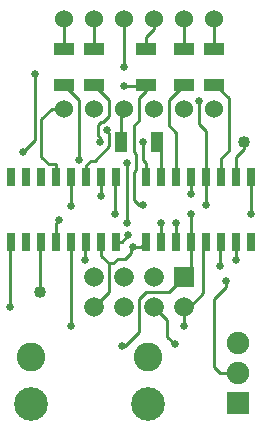
<source format=gbr>
G04 DesignSpark PCB Gerber Version 9.0 Build 5138 *
%FSLAX35Y35*%
%MOIN*%
%ADD110R,0.02559X0.06102*%
%ADD96R,0.04134X0.07087*%
%ADD92R,0.06555X0.06555*%
%ADD94R,0.07500X0.07500*%
%ADD89C,0.01000*%
%ADD90C,0.02500*%
%ADD91C,0.04000*%
%ADD12C,0.06000*%
%ADD93C,0.06555*%
%ADD95C,0.07500*%
%ADD98C,0.09539*%
%ADD99C,0.11205*%
%ADD111R,0.07087X0.04134*%
X0Y0D02*
D02*
D12*
X22600Y111600D03*
Y141600D03*
X32600Y111600D03*
Y141600D03*
X42600Y111600D03*
Y141600D03*
X52600Y111600D03*
Y141600D03*
X62600Y111600D03*
Y141600D03*
X72600Y111600D03*
Y141600D03*
D02*
D89*
X4600Y45600D02*
Y66872D01*
X5100Y67372*
X13100Y123100D02*
Y101100D01*
X9100Y97100*
X14600Y50600D02*
Y66872D01*
X15100Y67372*
X20100D02*
Y73600D01*
X21100Y74600*
X20100Y88828D02*
Y93100D01*
X17600*
X15100Y95600*
Y108100*
X18600Y111600*
X22600*
Y119694D02*
Y119600D01*
X27600Y114600*
Y94600*
X22600Y141600D02*
Y131506D01*
X25100Y67372D02*
Y39100D01*
Y79100D02*
Y88828D01*
X29600Y61100D02*
Y66872D01*
X30100Y67372*
Y88828D02*
Y92828D01*
X31600Y94328*
X32828*
X37600Y99100*
Y103600*
X37100Y104100*
Y104600*
X32600Y119694D02*
X37600Y114694D01*
Y110100*
Y109100*
X35600Y107100*
X35100*
X34100Y106100*
Y102600*
X34600Y102100*
Y100600*
X32600Y141600D02*
Y131506D01*
X35100Y67372D02*
Y62600D01*
X37600Y60100*
X35100Y88828D02*
Y82600D01*
X37600Y60100D02*
X39100D01*
X40600Y61600*
X43100*
X45100Y63600*
Y65100*
X45600Y65600*
X37600Y60100D02*
Y50600D01*
X32600Y45600*
X39600Y76600D02*
Y88328D01*
X40100Y88828*
Y67372D02*
X41872D01*
X44100Y69600*
X41694Y100600D02*
Y110694D01*
X42600Y111600*
X42100Y32600D02*
X43100D01*
X47600Y37100*
Y48100*
X50100Y50600*
X57600*
X62600Y55600*
X42600Y119100D02*
X49506D01*
X50100Y119694*
X42600Y141600D02*
Y125600D01*
X43600Y93600D02*
Y73600D01*
X45600Y65600D02*
X48328D01*
X50100Y67372*
X49100Y79600D02*
X47600D01*
X46100Y81100*
X50100Y88828D02*
Y93600D01*
X49100Y94600*
Y100600*
X50100Y119694D02*
Y117600D01*
X47600Y115100*
Y107600*
X46100Y106100*
Y97100*
X46600Y96600*
Y91100*
X46100Y90600*
Y81100*
X52600Y45600D02*
X57100Y41100D01*
Y35600*
X59600Y33100*
X52600Y141600D02*
Y138100D01*
X50100Y135600*
Y131506*
X55100Y73600D02*
Y67372D01*
Y88828D02*
Y99006D01*
X53506Y100600*
X60100Y73600D02*
Y67372D01*
Y88828D02*
Y103600D01*
X57600Y106100*
Y114694*
X62600Y119694*
Y39100D02*
Y45600D01*
X64600*
X69100Y50100*
Y66372*
X70100Y67372*
X62600Y141600D02*
Y131506D01*
X65100Y67372D02*
Y58100D01*
X62600Y55600*
X65100Y76600D02*
Y67372D01*
Y83100D02*
Y88828D01*
X70100Y79600D02*
Y88828D01*
Y104100*
X67600Y106600*
Y114100*
X72600Y119694D02*
X73006D01*
X77600Y115100*
Y97600*
X75100Y95100*
Y88828*
X72600Y141600D02*
Y131506D01*
X74600Y59100D02*
Y66872D01*
X75100Y67372*
X80100D02*
Y61100D01*
X80600Y23600D02*
X74600D01*
X72600Y25600*
Y48100*
X76600Y52100*
Y54100*
X82600Y100600D02*
Y98100D01*
X80100Y95600*
Y88828*
X85100Y76600D02*
Y88828D01*
D02*
D90*
X4600Y45600D03*
X9100Y97100D03*
X13100Y123100D03*
X21100Y74600D03*
X25100Y39100D03*
Y79100D03*
X27600Y94600D03*
X29600Y61100D03*
X34600Y100600D03*
X35100Y82600D03*
X37100Y104600D03*
X39600Y76600D03*
X42100Y32600D03*
X42600Y119100D03*
Y125600D03*
X43600Y73600D03*
Y93600D03*
X44100Y69600D03*
X45600Y65600D03*
X49100Y79600D03*
Y100600D03*
X55100Y73600D03*
X59600Y33100D03*
X60100Y73600D03*
X62600Y39100D03*
X65100Y76600D03*
Y83100D03*
X67600Y114100D03*
X70100Y79600D03*
X74600Y59100D03*
X76600Y54100D03*
X80100Y61100D03*
X85100Y76600D03*
D02*
D91*
X14600Y50600D03*
X82600Y100600D03*
D02*
D92*
X62600Y55600D03*
D02*
D93*
X32600Y45600D03*
Y55600D03*
X42600Y45600D03*
Y55600D03*
X52600Y45600D03*
Y55600D03*
X62600Y45600D03*
D02*
D94*
X80600Y13600D03*
D02*
D95*
Y23600D03*
Y33600D03*
D02*
D96*
X41694Y100600D03*
X53506D03*
D02*
D98*
X11612Y29033D03*
X50588D03*
D02*
D99*
X11612Y13285D03*
X50588D03*
D02*
D110*
X5100Y67372D03*
Y88828D03*
X10100Y67372D03*
Y88828D03*
X15100Y67372D03*
Y88828D03*
X20100Y67372D03*
Y88828D03*
X25100Y67372D03*
Y88828D03*
X30100Y67372D03*
Y88828D03*
X35100Y67372D03*
Y88828D03*
X40100Y67372D03*
Y88828D03*
X50100Y67372D03*
Y88828D03*
X55100Y67372D03*
Y88828D03*
X60100Y67372D03*
Y88828D03*
X65100Y67372D03*
Y88828D03*
X70100Y67372D03*
Y88828D03*
X75100Y67372D03*
Y88828D03*
X80100Y67372D03*
Y88828D03*
X85100Y67372D03*
Y88828D03*
D02*
D111*
X22600Y119694D03*
Y131506D03*
X32600Y119694D03*
Y131506D03*
X50100Y119694D03*
Y131506D03*
X62600Y119694D03*
Y131506D03*
X72600Y119694D03*
Y131506D03*
X0Y0D02*
M02*

</source>
